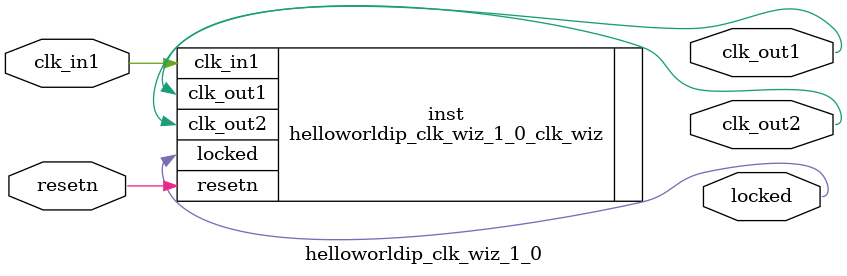
<source format=v>


`timescale 1ps/1ps

(* CORE_GENERATION_INFO = "helloworldip_clk_wiz_1_0,clk_wiz_v5_4_3_0,{component_name=helloworldip_clk_wiz_1_0,use_phase_alignment=true,use_min_o_jitter=false,use_max_i_jitter=false,use_dyn_phase_shift=false,use_inclk_switchover=false,use_dyn_reconfig=false,enable_axi=0,feedback_source=FDBK_AUTO,PRIMITIVE=MMCM,num_out_clk=2,clkin1_period=10.000,clkin2_period=10.000,use_power_down=false,use_reset=true,use_locked=true,use_inclk_stopped=false,feedback_type=SINGLE,CLOCK_MGR_TYPE=NA,manual_override=false}" *)

module helloworldip_clk_wiz_1_0 
 (
  // Clock out ports
  output        clk_out1,
  output        clk_out2,
  // Status and control signals
  input         resetn,
  output        locked,
 // Clock in ports
  input         clk_in1
 );

  helloworldip_clk_wiz_1_0_clk_wiz inst
  (
  // Clock out ports  
  .clk_out1(clk_out1),
  .clk_out2(clk_out2),
  // Status and control signals               
  .resetn(resetn), 
  .locked(locked),
 // Clock in ports
  .clk_in1(clk_in1)
  );

endmodule

</source>
